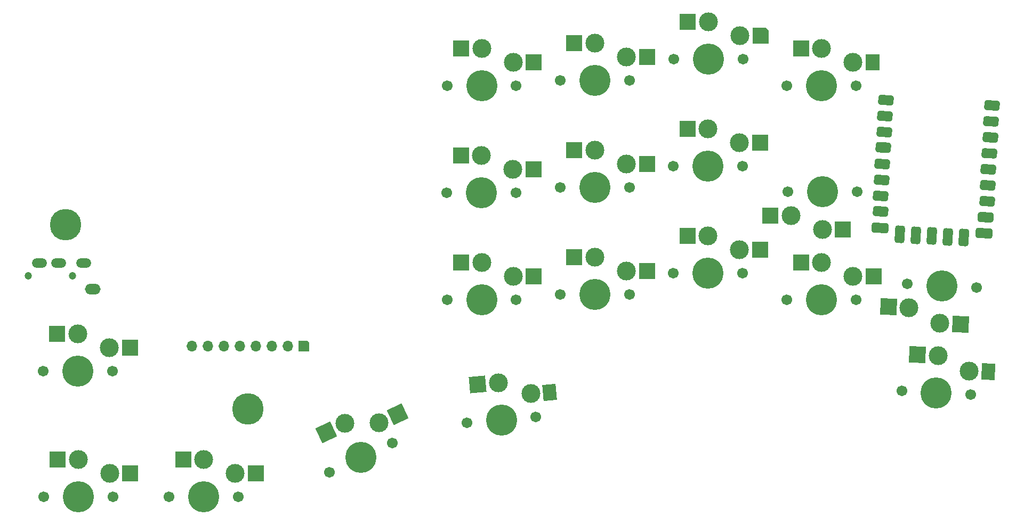
<source format=gbs>
%TF.GenerationSoftware,KiCad,Pcbnew,7.0.7*%
%TF.CreationDate,2024-10-06T22:50:34+09:00*%
%TF.ProjectId,evoroll,65766f72-6f6c-46c2-9e6b-696361645f70,rev?*%
%TF.SameCoordinates,Original*%
%TF.FileFunction,Soldermask,Bot*%
%TF.FilePolarity,Negative*%
%FSLAX46Y46*%
G04 Gerber Fmt 4.6, Leading zero omitted, Abs format (unit mm)*
G04 Created by KiCad (PCBNEW 7.0.7) date 2024-10-06 22:50:34*
%MOMM*%
%LPD*%
G01*
G04 APERTURE LIST*
G04 Aperture macros list*
%AMRoundRect*
0 Rectangle with rounded corners*
0 $1 Rounding radius*
0 $2 $3 $4 $5 $6 $7 $8 $9 X,Y pos of 4 corners*
0 Add a 4 corners polygon primitive as box body*
4,1,4,$2,$3,$4,$5,$6,$7,$8,$9,$2,$3,0*
0 Add four circle primitives for the rounded corners*
1,1,$1+$1,$2,$3*
1,1,$1+$1,$4,$5*
1,1,$1+$1,$6,$7*
1,1,$1+$1,$8,$9*
0 Add four rect primitives between the rounded corners*
20,1,$1+$1,$2,$3,$4,$5,0*
20,1,$1+$1,$4,$5,$6,$7,0*
20,1,$1+$1,$6,$7,$8,$9,0*
20,1,$1+$1,$8,$9,$2,$3,0*%
%AMRotRect*
0 Rectangle, with rotation*
0 The origin of the aperture is its center*
0 $1 length*
0 $2 width*
0 $3 Rotation angle, in degrees counterclockwise*
0 Add horizontal line*
21,1,$1,$2,0,0,$3*%
%AMOutline5P*
0 Free polygon, 5 corners , with rotation*
0 The origin of the aperture is its center*
0 number of corners: always 5*
0 $1 to $10 corner X, Y*
0 $11 Rotation angle, in degrees counterclockwise*
0 create outline with 5 corners*
4,1,5,$1,$2,$3,$4,$5,$6,$7,$8,$9,$10,$1,$2,$11*%
%AMOutline6P*
0 Free polygon, 6 corners , with rotation*
0 The origin of the aperture is its center*
0 number of corners: always 6*
0 $1 to $12 corner X, Y*
0 $13 Rotation angle, in degrees counterclockwise*
0 create outline with 6 corners*
4,1,6,$1,$2,$3,$4,$5,$6,$7,$8,$9,$10,$11,$12,$1,$2,$13*%
%AMOutline7P*
0 Free polygon, 7 corners , with rotation*
0 The origin of the aperture is its center*
0 number of corners: always 7*
0 $1 to $14 corner X, Y*
0 $15 Rotation angle, in degrees counterclockwise*
0 create outline with 7 corners*
4,1,7,$1,$2,$3,$4,$5,$6,$7,$8,$9,$10,$11,$12,$13,$14,$1,$2,$15*%
%AMOutline8P*
0 Free polygon, 8 corners , with rotation*
0 The origin of the aperture is its center*
0 number of corners: always 8*
0 $1 to $16 corner X, Y*
0 $17 Rotation angle, in degrees counterclockwise*
0 create outline with 8 corners*
4,1,8,$1,$2,$3,$4,$5,$6,$7,$8,$9,$10,$11,$12,$13,$14,$15,$16,$1,$2,$17*%
G04 Aperture macros list end*
%ADD10C,1.701800*%
%ADD11C,3.000000*%
%ADD12C,4.950000*%
%ADD13R,2.600000X2.600000*%
%ADD14RoundRect,0.400000X-0.844804X-0.356275X0.802935X-0.442629X0.844804X0.356275X-0.802935X0.442629X0*%
%ADD15RoundRect,0.395000X-0.849535X-0.351020X0.808190X-0.437898X0.849535X0.351020X-0.808190X0.437898X0*%
%ADD16RoundRect,0.405000X-0.843767X-0.361336X0.801375X-0.447554X0.843767X0.361336X-0.801375X0.447554X0*%
%ADD17RoundRect,0.390000X-0.857962X-0.345571X0.817140X-0.433360X0.857962X0.345571X-0.817140X0.433360X0*%
%ADD18RoundRect,0.400000X-0.848499X-0.356081X0.806630X-0.442823X0.848499X0.356081X-0.806630X0.442823X0*%
%ADD19RoundRect,0.400050X-0.848451X-0.356134X0.806577X-0.442870X0.848451X0.356134X-0.806577X0.442870X0*%
%ADD20RoundRect,0.400050X-0.844756X-0.356327X0.802882X-0.442676X0.844756X0.356327X-0.802882X0.442676X0*%
%ADD21RoundRect,0.405025X-0.871006X-0.359933X0.828611X-0.449007X0.871006X0.359933X-0.828611X0.449007X0*%
%ADD22RoundRect,0.400050X-0.985563X-0.348948X0.943689X-0.450056X0.985563X0.348948X-0.943689X0.450056X0*%
%ADD23RoundRect,0.400000X-0.451160X-0.965712X0.347744X-1.007580X0.451160X0.965712X-0.347744X1.007580X0*%
%ADD24RoundRect,0.393700X-0.445198X-0.972333X0.341123X-1.013542X0.445198X0.972333X-0.341123X1.013542X0*%
%ADD25RoundRect,0.405025X-0.840049X-0.361556X0.797654X-0.447384X0.840049X0.361556X-0.797654X0.447384X0*%
%ADD26RoundRect,0.415025X-0.830586X-0.372065X0.787144X-0.456847X0.830586X0.372065X-0.787144X0.456847X0*%
%ADD27C,5.000000*%
%ADD28RotRect,2.600000X2.600000X185.000000*%
%ADD29RotRect,2.125000X2.550000X185.000000*%
%ADD30Outline5P,-1.300000X1.300000X1.300000X1.300000X1.300000X-1.300000X-0.780000X-1.300000X-1.300000X-0.780000X180.000000*%
%ADD31Outline5P,-0.850000X0.510000X-0.510000X0.850000X0.850000X0.850000X0.850000X-0.850000X-0.850000X-0.850000X270.000000*%
%ADD32O,1.700000X1.700000*%
%ADD33C,1.200000*%
%ADD34O,2.500000X1.700000*%
%ADD35O,2.400000X1.500000*%
%ADD36RotRect,2.600000X2.600000X357.000000*%
%ADD37R,2.175000X2.600000*%
%ADD38RotRect,2.600000X2.600000X177.000000*%
%ADD39RotRect,2.125000X2.600000X177.000000*%
%ADD40RotRect,2.600000X2.600000X205.000000*%
G04 APERTURE END LIST*
D10*
%TO.C,SW15*%
X31025000Y-80750000D03*
D11*
X30525000Y-77000000D03*
D12*
X25525000Y-80750000D03*
D11*
X25525000Y-74800000D03*
D10*
X20025000Y-80750000D03*
D13*
X22250000Y-74800000D03*
X33800000Y-77000000D03*
%TD*%
D14*
%TO.C,RZ1*%
X170678969Y-38491353D03*
D15*
X170552802Y-41038240D03*
D16*
X170420914Y-43554786D03*
D17*
X170286411Y-46121264D03*
D18*
X170154525Y-48637810D03*
D19*
X170021591Y-51174329D03*
D20*
X169981232Y-53715701D03*
D21*
X169728983Y-56236002D03*
D22*
X169485679Y-58776701D03*
D23*
X166237076Y-59505681D03*
D24*
X163700557Y-59372748D03*
X161164038Y-59239814D03*
X158627519Y-59106881D03*
X156091000Y-58973948D03*
D22*
X152936391Y-57909389D03*
D25*
X153017916Y-55360213D03*
D20*
X153042477Y-52827978D03*
X153175410Y-50291459D03*
X153308343Y-47754940D03*
D26*
X153442845Y-45188512D03*
D20*
X153574210Y-42681902D03*
X153689867Y-40144478D03*
X153840077Y-37608864D03*
%TD*%
D10*
%TO.C,SW1*%
X95150000Y-35375000D03*
D11*
X94650000Y-31625000D03*
D12*
X89650000Y-35375000D03*
D11*
X89650000Y-29425000D03*
D10*
X84150000Y-35375000D03*
D13*
X86375000Y-29425000D03*
X97925000Y-31625000D03*
%TD*%
D27*
%TO.C,Ref\u002A\u002A*%
X23525000Y-57475000D03*
%TD*%
D10*
%TO.C,SW12*%
X131125000Y-65125000D03*
D11*
X130625000Y-61375000D03*
D12*
X125625000Y-65125000D03*
D11*
X125625000Y-59175000D03*
D10*
X120125000Y-65125000D03*
D13*
X122350000Y-59175000D03*
X133900000Y-61375000D03*
%TD*%
D10*
%TO.C,SW19*%
X98272648Y-87998001D03*
D11*
X97447716Y-84305849D03*
D12*
X92793577Y-88477358D03*
D11*
X92275000Y-82550000D03*
D10*
X87314506Y-88956715D03*
D28*
X89012463Y-82835435D03*
D29*
X100475837Y-84066018D03*
%TD*%
D10*
%TO.C,SW16*%
X31075000Y-100725000D03*
D11*
X30575000Y-96975000D03*
D12*
X25575000Y-100725000D03*
D11*
X25575000Y-94775000D03*
D10*
X20075000Y-100725000D03*
D13*
X22300000Y-94775000D03*
X33850000Y-96975000D03*
%TD*%
D10*
%TO.C,SW3*%
X131175000Y-31125000D03*
D11*
X130675000Y-27375000D03*
D12*
X125675000Y-31125000D03*
D11*
X125675000Y-25175000D03*
D10*
X120175000Y-31125000D03*
D13*
X122400000Y-25175000D03*
D30*
X133950000Y-27375000D03*
%TD*%
D10*
%TO.C,SW10*%
X95150000Y-69375000D03*
D11*
X94650000Y-65625000D03*
D12*
X89650000Y-69375000D03*
D11*
X89650000Y-63425000D03*
D10*
X84150000Y-69375000D03*
D13*
X86375000Y-63425000D03*
X97925000Y-65625000D03*
%TD*%
D31*
%TO.C,J1*%
X61430000Y-76725000D03*
D32*
X58890000Y-76725000D03*
X56350000Y-76725000D03*
X53810000Y-76725000D03*
X51270000Y-76725000D03*
X48730000Y-76725000D03*
X46190000Y-76725000D03*
X43650000Y-76725000D03*
%TD*%
D33*
%TO.C,J2*%
X17625000Y-65600000D03*
X24625000Y-65600000D03*
D34*
X27925000Y-67700000D03*
D35*
X19425000Y-63500000D03*
X22425000Y-63500000D03*
X26425000Y-63500000D03*
%TD*%
D10*
%TO.C,SW6*%
X113150000Y-51525000D03*
D11*
X112650000Y-47775000D03*
D12*
X107650000Y-51525000D03*
D11*
X107650000Y-45575000D03*
D10*
X102150000Y-51525000D03*
D13*
X104375000Y-45575000D03*
X115925000Y-47775000D03*
%TD*%
D10*
%TO.C,SW2*%
X113125000Y-34525000D03*
D11*
X112625000Y-30775000D03*
D12*
X107625000Y-34525000D03*
D11*
X107625000Y-28575000D03*
D10*
X102125000Y-34525000D03*
D13*
X104350000Y-28575000D03*
X115900000Y-30775000D03*
%TD*%
D10*
%TO.C,SW13*%
X149150000Y-69400000D03*
D11*
X148650000Y-65650000D03*
D12*
X143650000Y-69400000D03*
D11*
X143650000Y-63450000D03*
D10*
X138150000Y-69400000D03*
D13*
X140375000Y-63450000D03*
X151925000Y-65650000D03*
%TD*%
D10*
%TO.C,SW9*%
X157241651Y-66875398D03*
D11*
X157544705Y-70646427D03*
D12*
X162734113Y-67163246D03*
D11*
X162422714Y-73105092D03*
D10*
X168226575Y-67451094D03*
D36*
X165693226Y-73276492D03*
X154274194Y-70475027D03*
%TD*%
D10*
%TO.C,SW5*%
X95125000Y-52350000D03*
D11*
X94625000Y-48600000D03*
D12*
X89625000Y-52350000D03*
D11*
X89625000Y-46400000D03*
D10*
X84125000Y-52350000D03*
D13*
X86350000Y-46400000D03*
X97900000Y-48600000D03*
%TD*%
D10*
%TO.C,SW17*%
X51025000Y-100725000D03*
D11*
X50525000Y-96975000D03*
D12*
X45525000Y-100725000D03*
D11*
X45525000Y-94775000D03*
D10*
X40025000Y-100725000D03*
D13*
X42250000Y-94775000D03*
X53800000Y-96975000D03*
%TD*%
D10*
%TO.C,SW7*%
X131125000Y-48125000D03*
D11*
X130625000Y-44375000D03*
D12*
X125625000Y-48125000D03*
D11*
X125625000Y-42175000D03*
D10*
X120125000Y-48125000D03*
D13*
X122350000Y-42175000D03*
X133900000Y-44375000D03*
%TD*%
D10*
%TO.C,SW11*%
X113150000Y-68525000D03*
D11*
X112650000Y-64775000D03*
D12*
X107650000Y-68525000D03*
D11*
X107650000Y-62575000D03*
D10*
X102150000Y-68525000D03*
D13*
X104375000Y-62575000D03*
X115925000Y-64775000D03*
%TD*%
D27*
%TO.C,Ref\u002A\u002A*%
X52525000Y-86750000D03*
%TD*%
D10*
%TO.C,SW4*%
X149150000Y-35350000D03*
D11*
X148650000Y-31600000D03*
D12*
X143650000Y-35350000D03*
D11*
X143650000Y-29400000D03*
D10*
X138150000Y-35350000D03*
D13*
X140375000Y-29400000D03*
D37*
X151712500Y-31600000D03*
%TD*%
D10*
%TO.C,SW14*%
X167356063Y-84454694D03*
D11*
X167053009Y-80683665D03*
D12*
X161863601Y-84166846D03*
D11*
X162175000Y-78225000D03*
D10*
X156371139Y-83878998D03*
D38*
X158904488Y-78053600D03*
D39*
X170086346Y-80842635D03*
%TD*%
D10*
%TO.C,SW8*%
X138275000Y-52225000D03*
D11*
X138775000Y-55975000D03*
D12*
X143775000Y-52225000D03*
D11*
X143775000Y-58175000D03*
D10*
X149275000Y-52225000D03*
D13*
X147050000Y-58175000D03*
X135500000Y-55975000D03*
%TD*%
D10*
%TO.C,SW18*%
X75424272Y-92118131D03*
D11*
X73386299Y-88930785D03*
D12*
X70439579Y-94442531D03*
D11*
X67925000Y-89050000D03*
D10*
X65454886Y-96766931D03*
D40*
X64956842Y-90434074D03*
X76354457Y-87546711D03*
%TD*%
M02*

</source>
